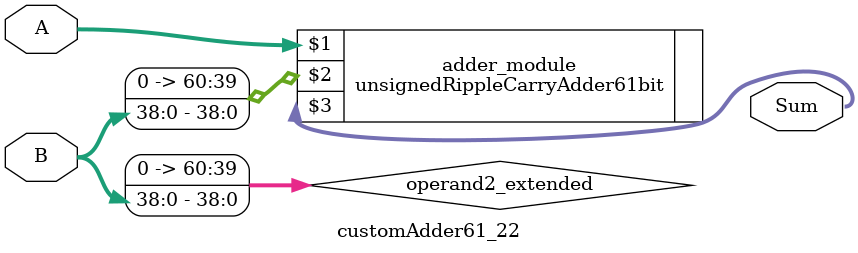
<source format=v>
module customAdder61_22(
                        input [60 : 0] A,
                        input [38 : 0] B,
                        
                        output [61 : 0] Sum
                );

        wire [60 : 0] operand2_extended;
        
        assign operand2_extended =  {22'b0, B};
        
        unsignedRippleCarryAdder61bit adder_module(
            A,
            operand2_extended,
            Sum
        );
        
        endmodule
        
</source>
